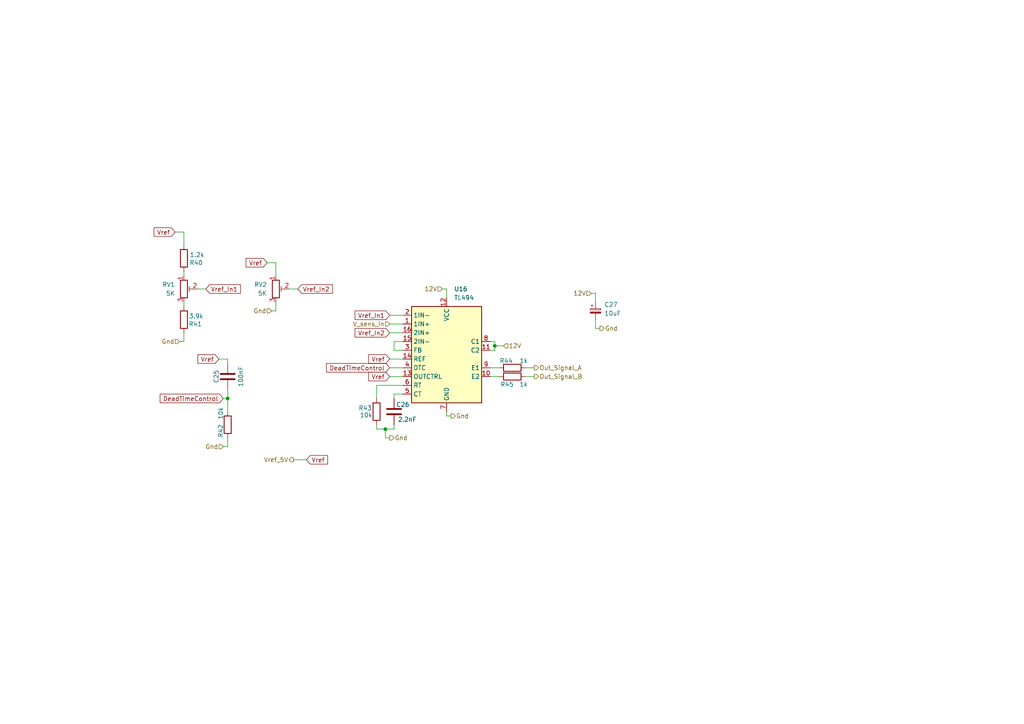
<source format=kicad_sch>
(kicad_sch
	(version 20250114)
	(generator "eeschema")
	(generator_version "9.0")
	(uuid "cb9d0fcb-5362-4fae-866a-d47562fcdf88")
	(paper "A4")
	(lib_symbols
		(symbol "Device:C"
			(pin_numbers
				(hide yes)
			)
			(pin_names
				(offset 0.254)
			)
			(exclude_from_sim no)
			(in_bom yes)
			(on_board yes)
			(property "Reference" "C"
				(at 0.635 2.54 0)
				(effects
					(font
						(size 1.27 1.27)
					)
					(justify left)
				)
			)
			(property "Value" "C"
				(at 0.635 -2.54 0)
				(effects
					(font
						(size 1.27 1.27)
					)
					(justify left)
				)
			)
			(property "Footprint" ""
				(at 0.9652 -3.81 0)
				(effects
					(font
						(size 1.27 1.27)
					)
					(hide yes)
				)
			)
			(property "Datasheet" "~"
				(at 0 0 0)
				(effects
					(font
						(size 1.27 1.27)
					)
					(hide yes)
				)
			)
			(property "Description" "Unpolarized capacitor"
				(at 0 0 0)
				(effects
					(font
						(size 1.27 1.27)
					)
					(hide yes)
				)
			)
			(property "ki_keywords" "cap capacitor"
				(at 0 0 0)
				(effects
					(font
						(size 1.27 1.27)
					)
					(hide yes)
				)
			)
			(property "ki_fp_filters" "C_*"
				(at 0 0 0)
				(effects
					(font
						(size 1.27 1.27)
					)
					(hide yes)
				)
			)
			(symbol "C_0_1"
				(polyline
					(pts
						(xy -2.032 0.762) (xy 2.032 0.762)
					)
					(stroke
						(width 0.508)
						(type default)
					)
					(fill
						(type none)
					)
				)
				(polyline
					(pts
						(xy -2.032 -0.762) (xy 2.032 -0.762)
					)
					(stroke
						(width 0.508)
						(type default)
					)
					(fill
						(type none)
					)
				)
			)
			(symbol "C_1_1"
				(pin passive line
					(at 0 3.81 270)
					(length 2.794)
					(name "~"
						(effects
							(font
								(size 1.27 1.27)
							)
						)
					)
					(number "1"
						(effects
							(font
								(size 1.27 1.27)
							)
						)
					)
				)
				(pin passive line
					(at 0 -3.81 90)
					(length 2.794)
					(name "~"
						(effects
							(font
								(size 1.27 1.27)
							)
						)
					)
					(number "2"
						(effects
							(font
								(size 1.27 1.27)
							)
						)
					)
				)
			)
			(embedded_fonts no)
		)
		(symbol "Device:C_Polarized_Small"
			(pin_numbers
				(hide yes)
			)
			(pin_names
				(offset 0.254)
				(hide yes)
			)
			(exclude_from_sim no)
			(in_bom yes)
			(on_board yes)
			(property "Reference" "C"
				(at 0.254 1.778 0)
				(effects
					(font
						(size 1.27 1.27)
					)
					(justify left)
				)
			)
			(property "Value" "C_Polarized_Small"
				(at 0.254 -2.032 0)
				(effects
					(font
						(size 1.27 1.27)
					)
					(justify left)
				)
			)
			(property "Footprint" ""
				(at 0 0 0)
				(effects
					(font
						(size 1.27 1.27)
					)
					(hide yes)
				)
			)
			(property "Datasheet" "~"
				(at 0 0 0)
				(effects
					(font
						(size 1.27 1.27)
					)
					(hide yes)
				)
			)
			(property "Description" "Polarized capacitor, small symbol"
				(at 0 0 0)
				(effects
					(font
						(size 1.27 1.27)
					)
					(hide yes)
				)
			)
			(property "ki_keywords" "cap capacitor"
				(at 0 0 0)
				(effects
					(font
						(size 1.27 1.27)
					)
					(hide yes)
				)
			)
			(property "ki_fp_filters" "CP_*"
				(at 0 0 0)
				(effects
					(font
						(size 1.27 1.27)
					)
					(hide yes)
				)
			)
			(symbol "C_Polarized_Small_0_1"
				(rectangle
					(start -1.524 0.6858)
					(end 1.524 0.3048)
					(stroke
						(width 0)
						(type default)
					)
					(fill
						(type none)
					)
				)
				(rectangle
					(start -1.524 -0.3048)
					(end 1.524 -0.6858)
					(stroke
						(width 0)
						(type default)
					)
					(fill
						(type outline)
					)
				)
				(polyline
					(pts
						(xy -1.27 1.524) (xy -0.762 1.524)
					)
					(stroke
						(width 0)
						(type default)
					)
					(fill
						(type none)
					)
				)
				(polyline
					(pts
						(xy -1.016 1.27) (xy -1.016 1.778)
					)
					(stroke
						(width 0)
						(type default)
					)
					(fill
						(type none)
					)
				)
			)
			(symbol "C_Polarized_Small_1_1"
				(pin passive line
					(at 0 2.54 270)
					(length 1.8542)
					(name "~"
						(effects
							(font
								(size 1.27 1.27)
							)
						)
					)
					(number "1"
						(effects
							(font
								(size 1.27 1.27)
							)
						)
					)
				)
				(pin passive line
					(at 0 -2.54 90)
					(length 1.8542)
					(name "~"
						(effects
							(font
								(size 1.27 1.27)
							)
						)
					)
					(number "2"
						(effects
							(font
								(size 1.27 1.27)
							)
						)
					)
				)
			)
			(embedded_fonts no)
		)
		(symbol "Device:R"
			(pin_numbers
				(hide yes)
			)
			(pin_names
				(offset 0)
			)
			(exclude_from_sim no)
			(in_bom yes)
			(on_board yes)
			(property "Reference" "R"
				(at 2.032 0 90)
				(effects
					(font
						(size 1.27 1.27)
					)
				)
			)
			(property "Value" "R"
				(at 0 0 90)
				(effects
					(font
						(size 1.27 1.27)
					)
				)
			)
			(property "Footprint" ""
				(at -1.778 0 90)
				(effects
					(font
						(size 1.27 1.27)
					)
					(hide yes)
				)
			)
			(property "Datasheet" "~"
				(at 0 0 0)
				(effects
					(font
						(size 1.27 1.27)
					)
					(hide yes)
				)
			)
			(property "Description" "Resistor"
				(at 0 0 0)
				(effects
					(font
						(size 1.27 1.27)
					)
					(hide yes)
				)
			)
			(property "ki_keywords" "R res resistor"
				(at 0 0 0)
				(effects
					(font
						(size 1.27 1.27)
					)
					(hide yes)
				)
			)
			(property "ki_fp_filters" "R_*"
				(at 0 0 0)
				(effects
					(font
						(size 1.27 1.27)
					)
					(hide yes)
				)
			)
			(symbol "R_0_1"
				(rectangle
					(start -1.016 -2.54)
					(end 1.016 2.54)
					(stroke
						(width 0.254)
						(type default)
					)
					(fill
						(type none)
					)
				)
			)
			(symbol "R_1_1"
				(pin passive line
					(at 0 3.81 270)
					(length 1.27)
					(name "~"
						(effects
							(font
								(size 1.27 1.27)
							)
						)
					)
					(number "1"
						(effects
							(font
								(size 1.27 1.27)
							)
						)
					)
				)
				(pin passive line
					(at 0 -3.81 90)
					(length 1.27)
					(name "~"
						(effects
							(font
								(size 1.27 1.27)
							)
						)
					)
					(number "2"
						(effects
							(font
								(size 1.27 1.27)
							)
						)
					)
				)
			)
			(embedded_fonts no)
		)
		(symbol "Device:R_Potentiometer_Trim"
			(pin_names
				(offset 1.016)
				(hide yes)
			)
			(exclude_from_sim no)
			(in_bom yes)
			(on_board yes)
			(property "Reference" "RV"
				(at -4.445 0 90)
				(effects
					(font
						(size 1.27 1.27)
					)
				)
			)
			(property "Value" "R_Potentiometer_Trim"
				(at -2.54 0 90)
				(effects
					(font
						(size 1.27 1.27)
					)
				)
			)
			(property "Footprint" ""
				(at 0 0 0)
				(effects
					(font
						(size 1.27 1.27)
					)
					(hide yes)
				)
			)
			(property "Datasheet" "~"
				(at 0 0 0)
				(effects
					(font
						(size 1.27 1.27)
					)
					(hide yes)
				)
			)
			(property "Description" "Trim-potentiometer"
				(at 0 0 0)
				(effects
					(font
						(size 1.27 1.27)
					)
					(hide yes)
				)
			)
			(property "ki_keywords" "resistor variable trimpot trimmer"
				(at 0 0 0)
				(effects
					(font
						(size 1.27 1.27)
					)
					(hide yes)
				)
			)
			(property "ki_fp_filters" "Potentiometer*"
				(at 0 0 0)
				(effects
					(font
						(size 1.27 1.27)
					)
					(hide yes)
				)
			)
			(symbol "R_Potentiometer_Trim_0_1"
				(rectangle
					(start 1.016 2.54)
					(end -1.016 -2.54)
					(stroke
						(width 0.254)
						(type default)
					)
					(fill
						(type none)
					)
				)
				(polyline
					(pts
						(xy 1.524 0.762) (xy 1.524 -0.762)
					)
					(stroke
						(width 0)
						(type default)
					)
					(fill
						(type none)
					)
				)
				(polyline
					(pts
						(xy 2.54 0) (xy 1.524 0)
					)
					(stroke
						(width 0)
						(type default)
					)
					(fill
						(type none)
					)
				)
			)
			(symbol "R_Potentiometer_Trim_1_1"
				(pin passive line
					(at 0 3.81 270)
					(length 1.27)
					(name "1"
						(effects
							(font
								(size 1.27 1.27)
							)
						)
					)
					(number "1"
						(effects
							(font
								(size 1.27 1.27)
							)
						)
					)
				)
				(pin passive line
					(at 0 -3.81 90)
					(length 1.27)
					(name "3"
						(effects
							(font
								(size 1.27 1.27)
							)
						)
					)
					(number "3"
						(effects
							(font
								(size 1.27 1.27)
							)
						)
					)
				)
				(pin passive line
					(at 3.81 0 180)
					(length 1.27)
					(name "2"
						(effects
							(font
								(size 1.27 1.27)
							)
						)
					)
					(number "2"
						(effects
							(font
								(size 1.27 1.27)
							)
						)
					)
				)
			)
			(embedded_fonts no)
		)
		(symbol "Regulator_Controller:TL494"
			(exclude_from_sim no)
			(in_bom yes)
			(on_board yes)
			(property "Reference" "U"
				(at 3.81 19.05 0)
				(effects
					(font
						(size 1.27 1.27)
					)
					(justify left)
				)
			)
			(property "Value" "TL494"
				(at 3.81 16.51 0)
				(effects
					(font
						(size 1.27 1.27)
					)
					(justify left)
				)
			)
			(property "Footprint" ""
				(at 0 0 0)
				(effects
					(font
						(size 1.27 1.27)
					)
					(hide yes)
				)
			)
			(property "Datasheet" "http://www.ti.com/lit/ds/symlink/tl494.pdf"
				(at 0 0 0)
				(effects
					(font
						(size 1.27 1.27)
					)
					(hide yes)
				)
			)
			(property "Description" "Pulse-Width-Modulation Control Circuits, PDIP-16/SOIC-16/TSSOP-16"
				(at 0 0 0)
				(effects
					(font
						(size 1.27 1.27)
					)
					(hide yes)
				)
			)
			(property "ki_keywords" "SMPS PWM Controller"
				(at 0 0 0)
				(effects
					(font
						(size 1.27 1.27)
					)
					(hide yes)
				)
			)
			(property "ki_fp_filters" "TSSOP*4.4x5mm*P0.65mm* SOIC*3.9x9.9mm*P1.27mm* SOIC*5.3x10.2mm*P1.27mm* DIP*W7.62mm*"
				(at 0 0 0)
				(effects
					(font
						(size 1.27 1.27)
					)
					(hide yes)
				)
			)
			(symbol "TL494_0_1"
				(rectangle
					(start -10.16 -12.7)
					(end 10.16 15.24)
					(stroke
						(width 0.254)
						(type default)
					)
					(fill
						(type background)
					)
				)
			)
			(symbol "TL494_1_1"
				(pin input line
					(at -12.7 12.7 0)
					(length 2.54)
					(name "1IN-"
						(effects
							(font
								(size 1.27 1.27)
							)
						)
					)
					(number "2"
						(effects
							(font
								(size 1.27 1.27)
							)
						)
					)
				)
				(pin input line
					(at -12.7 10.16 0)
					(length 2.54)
					(name "1IN+"
						(effects
							(font
								(size 1.27 1.27)
							)
						)
					)
					(number "1"
						(effects
							(font
								(size 1.27 1.27)
							)
						)
					)
				)
				(pin input line
					(at -12.7 7.62 0)
					(length 2.54)
					(name "2IN+"
						(effects
							(font
								(size 1.27 1.27)
							)
						)
					)
					(number "16"
						(effects
							(font
								(size 1.27 1.27)
							)
						)
					)
				)
				(pin input line
					(at -12.7 5.08 0)
					(length 2.54)
					(name "2IN-"
						(effects
							(font
								(size 1.27 1.27)
							)
						)
					)
					(number "15"
						(effects
							(font
								(size 1.27 1.27)
							)
						)
					)
				)
				(pin output line
					(at -12.7 2.54 0)
					(length 2.54)
					(name "FB"
						(effects
							(font
								(size 1.27 1.27)
							)
						)
					)
					(number "3"
						(effects
							(font
								(size 1.27 1.27)
							)
						)
					)
				)
				(pin power_out line
					(at -12.7 0 0)
					(length 2.54)
					(name "REF"
						(effects
							(font
								(size 1.27 1.27)
							)
						)
					)
					(number "14"
						(effects
							(font
								(size 1.27 1.27)
							)
						)
					)
				)
				(pin input line
					(at -12.7 -2.54 0)
					(length 2.54)
					(name "DTC"
						(effects
							(font
								(size 1.27 1.27)
							)
						)
					)
					(number "4"
						(effects
							(font
								(size 1.27 1.27)
							)
						)
					)
				)
				(pin input line
					(at -12.7 -5.08 0)
					(length 2.54)
					(name "OUTCTRL"
						(effects
							(font
								(size 1.27 1.27)
							)
						)
					)
					(number "13"
						(effects
							(font
								(size 1.27 1.27)
							)
						)
					)
				)
				(pin passive line
					(at -12.7 -7.62 0)
					(length 2.54)
					(name "RT"
						(effects
							(font
								(size 1.27 1.27)
							)
						)
					)
					(number "6"
						(effects
							(font
								(size 1.27 1.27)
							)
						)
					)
				)
				(pin passive line
					(at -12.7 -10.16 0)
					(length 2.54)
					(name "CT"
						(effects
							(font
								(size 1.27 1.27)
							)
						)
					)
					(number "5"
						(effects
							(font
								(size 1.27 1.27)
							)
						)
					)
				)
				(pin power_in line
					(at 0 17.78 270)
					(length 2.54)
					(name "VCC"
						(effects
							(font
								(size 1.27 1.27)
							)
						)
					)
					(number "12"
						(effects
							(font
								(size 1.27 1.27)
							)
						)
					)
				)
				(pin power_in line
					(at 0 -15.24 90)
					(length 2.54)
					(name "GND"
						(effects
							(font
								(size 1.27 1.27)
							)
						)
					)
					(number "7"
						(effects
							(font
								(size 1.27 1.27)
							)
						)
					)
				)
				(pin passive line
					(at 12.7 5.08 180)
					(length 2.54)
					(name "C1"
						(effects
							(font
								(size 1.27 1.27)
							)
						)
					)
					(number "8"
						(effects
							(font
								(size 1.27 1.27)
							)
						)
					)
				)
				(pin passive line
					(at 12.7 2.54 180)
					(length 2.54)
					(name "C2"
						(effects
							(font
								(size 1.27 1.27)
							)
						)
					)
					(number "11"
						(effects
							(font
								(size 1.27 1.27)
							)
						)
					)
				)
				(pin passive line
					(at 12.7 -2.54 180)
					(length 2.54)
					(name "E1"
						(effects
							(font
								(size 1.27 1.27)
							)
						)
					)
					(number "9"
						(effects
							(font
								(size 1.27 1.27)
							)
						)
					)
				)
				(pin passive line
					(at 12.7 -5.08 180)
					(length 2.54)
					(name "E2"
						(effects
							(font
								(size 1.27 1.27)
							)
						)
					)
					(number "10"
						(effects
							(font
								(size 1.27 1.27)
							)
						)
					)
				)
			)
			(embedded_fonts no)
		)
	)
	(junction
		(at 111.76 124.46)
		(diameter 0)
		(color 0 0 0 0)
		(uuid "1ce665e9-9041-432e-af27-4e5ea358a949")
	)
	(junction
		(at 66.04 115.57)
		(diameter 0)
		(color 0 0 0 0)
		(uuid "524ed41f-1eb2-4045-a940-0daa0183cb93")
	)
	(junction
		(at 143.51 100.33)
		(diameter 0)
		(color 0 0 0 0)
		(uuid "d30cb3e9-73b0-4bc0-bd7f-dd4ec83cf0e1")
	)
	(wire
		(pts
			(xy 83.82 83.82) (xy 86.36 83.82)
		)
		(stroke
			(width 0)
			(type default)
		)
		(uuid "066f1c0b-a9ae-4288-81e3-b6850cc4b894")
	)
	(wire
		(pts
			(xy 80.01 76.2) (xy 80.01 80.01)
		)
		(stroke
			(width 0)
			(type default)
		)
		(uuid "10dbdf86-6e85-4b0b-be48-a1ae79a86e33")
	)
	(wire
		(pts
			(xy 172.72 95.25) (xy 173.99 95.25)
		)
		(stroke
			(width 0)
			(type default)
		)
		(uuid "11d62715-7fcc-40d0-930b-e0253fe9b0bb")
	)
	(wire
		(pts
			(xy 143.51 100.33) (xy 146.05 100.33)
		)
		(stroke
			(width 0)
			(type default)
		)
		(uuid "125ac659-9e22-43df-88df-5d5814d16eda")
	)
	(wire
		(pts
			(xy 109.22 111.76) (xy 116.84 111.76)
		)
		(stroke
			(width 0)
			(type default)
		)
		(uuid "1dc96bcc-bf63-4e9c-8948-f720b1c3ed5c")
	)
	(wire
		(pts
			(xy 66.04 104.14) (xy 66.04 105.41)
		)
		(stroke
			(width 0)
			(type default)
		)
		(uuid "1efe8132-edbc-49af-b5d0-64742411ab33")
	)
	(wire
		(pts
			(xy 109.22 115.57) (xy 109.22 111.76)
		)
		(stroke
			(width 0)
			(type default)
		)
		(uuid "249ae67e-d1b5-4185-ae5a-5370c025a8af")
	)
	(wire
		(pts
			(xy 129.54 120.65) (xy 130.81 120.65)
		)
		(stroke
			(width 0)
			(type default)
		)
		(uuid "2946674b-605f-4c40-b77b-f1802ee33eeb")
	)
	(wire
		(pts
			(xy 172.72 92.71) (xy 172.72 95.25)
		)
		(stroke
			(width 0)
			(type default)
		)
		(uuid "2c611557-a989-4c45-aa5a-f9dd26899829")
	)
	(wire
		(pts
			(xy 128.27 83.82) (xy 129.54 83.82)
		)
		(stroke
			(width 0)
			(type default)
		)
		(uuid "2d3dd2df-f533-4e13-b78f-44e9c4021c30")
	)
	(wire
		(pts
			(xy 53.34 99.06) (xy 52.07 99.06)
		)
		(stroke
			(width 0)
			(type default)
		)
		(uuid "2d6a86eb-8822-4b41-9b8a-9bbd77971c29")
	)
	(wire
		(pts
			(xy 114.3 101.6) (xy 116.84 101.6)
		)
		(stroke
			(width 0)
			(type default)
		)
		(uuid "2d76e5de-514c-43d5-a892-546ebfc5207a")
	)
	(wire
		(pts
			(xy 142.24 109.22) (xy 144.78 109.22)
		)
		(stroke
			(width 0)
			(type default)
		)
		(uuid "2d841bab-2e8c-4a13-a161-6e64d00e5bc6")
	)
	(wire
		(pts
			(xy 113.03 106.68) (xy 116.84 106.68)
		)
		(stroke
			(width 0)
			(type default)
		)
		(uuid "2e9475fa-e407-4725-a985-327010b55160")
	)
	(wire
		(pts
			(xy 66.04 127) (xy 66.04 129.54)
		)
		(stroke
			(width 0)
			(type default)
		)
		(uuid "33a846b7-6198-440d-beab-189571df1e5e")
	)
	(wire
		(pts
			(xy 109.22 123.19) (xy 109.22 124.46)
		)
		(stroke
			(width 0)
			(type default)
		)
		(uuid "3eb73089-ebc7-4d80-9954-7607e7136358")
	)
	(wire
		(pts
			(xy 114.3 114.3) (xy 114.3 115.57)
		)
		(stroke
			(width 0)
			(type default)
		)
		(uuid "568b0e2b-3632-4ee9-812e-54c2fb9abc07")
	)
	(wire
		(pts
			(xy 66.04 115.57) (xy 64.77 115.57)
		)
		(stroke
			(width 0)
			(type default)
		)
		(uuid "573040b3-fd5e-4927-b3fc-0762bd24f644")
	)
	(wire
		(pts
			(xy 152.4 106.68) (xy 154.94 106.68)
		)
		(stroke
			(width 0)
			(type default)
		)
		(uuid "6080a40c-e9ac-4d09-b027-be1d6a82f682")
	)
	(wire
		(pts
			(xy 80.01 87.63) (xy 80.01 90.17)
		)
		(stroke
			(width 0)
			(type default)
		)
		(uuid "612dfd6a-b8ea-4122-be30-9cc18b0fc5c5")
	)
	(wire
		(pts
			(xy 57.15 83.82) (xy 59.69 83.82)
		)
		(stroke
			(width 0)
			(type default)
		)
		(uuid "62f7cabe-109e-45f0-a939-ad10754b8774")
	)
	(wire
		(pts
			(xy 113.03 96.52) (xy 116.84 96.52)
		)
		(stroke
			(width 0)
			(type default)
		)
		(uuid "67270646-437d-4382-beb7-477ee87fa872")
	)
	(wire
		(pts
			(xy 113.03 93.98) (xy 116.84 93.98)
		)
		(stroke
			(width 0)
			(type default)
		)
		(uuid "68567d5e-797d-43b6-9382-18a832e74baa")
	)
	(wire
		(pts
			(xy 53.34 87.63) (xy 53.34 88.9)
		)
		(stroke
			(width 0)
			(type default)
		)
		(uuid "68f62945-f5d5-4dd8-9cea-a008dc8812d5")
	)
	(wire
		(pts
			(xy 111.76 124.46) (xy 111.76 127)
		)
		(stroke
			(width 0)
			(type default)
		)
		(uuid "6fac5d62-d241-498e-98e8-f9152a4c10e7")
	)
	(wire
		(pts
			(xy 66.04 115.57) (xy 66.04 119.38)
		)
		(stroke
			(width 0)
			(type default)
		)
		(uuid "735c78c4-f5d1-4034-b152-e001b5207db9")
	)
	(wire
		(pts
			(xy 80.01 90.17) (xy 78.74 90.17)
		)
		(stroke
			(width 0)
			(type default)
		)
		(uuid "75224ea1-332f-4919-acff-4466a816a6ba")
	)
	(wire
		(pts
			(xy 129.54 119.38) (xy 129.54 120.65)
		)
		(stroke
			(width 0)
			(type default)
		)
		(uuid "83aa79a2-257a-495c-955a-4d714d3ee10a")
	)
	(wire
		(pts
			(xy 143.51 101.6) (xy 143.51 100.33)
		)
		(stroke
			(width 0)
			(type default)
		)
		(uuid "844f9c36-09cb-4264-b3ca-e9f22f396880")
	)
	(wire
		(pts
			(xy 142.24 99.06) (xy 143.51 99.06)
		)
		(stroke
			(width 0)
			(type default)
		)
		(uuid "8bf1dc9a-17c0-4e57-b305-b4fa4708b6b8")
	)
	(wire
		(pts
			(xy 85.09 133.35) (xy 88.9 133.35)
		)
		(stroke
			(width 0)
			(type default)
		)
		(uuid "94787034-4a08-449e-92b4-1199c6f25d66")
	)
	(wire
		(pts
			(xy 172.72 85.09) (xy 172.72 87.63)
		)
		(stroke
			(width 0)
			(type default)
		)
		(uuid "947c3e3c-5571-4196-b844-a859d76dfc33")
	)
	(wire
		(pts
			(xy 143.51 100.33) (xy 143.51 99.06)
		)
		(stroke
			(width 0)
			(type default)
		)
		(uuid "978f5c2f-a2cc-46dd-a83e-f026023cb507")
	)
	(wire
		(pts
			(xy 129.54 83.82) (xy 129.54 86.36)
		)
		(stroke
			(width 0)
			(type default)
		)
		(uuid "9e2eb192-e709-4bd9-84fb-8616ed1a3cde")
	)
	(wire
		(pts
			(xy 152.4 109.22) (xy 154.94 109.22)
		)
		(stroke
			(width 0)
			(type default)
		)
		(uuid "9ebafd7f-c718-4bba-bc6f-9e8789dcd30d")
	)
	(wire
		(pts
			(xy 77.47 76.2) (xy 80.01 76.2)
		)
		(stroke
			(width 0)
			(type default)
		)
		(uuid "9f6543eb-35f3-4b36-b554-6fdc1e68a40f")
	)
	(wire
		(pts
			(xy 50.8 67.31) (xy 53.34 67.31)
		)
		(stroke
			(width 0)
			(type default)
		)
		(uuid "a22fdee2-adcd-43ea-9290-05a6f7b0355b")
	)
	(wire
		(pts
			(xy 171.45 85.09) (xy 172.72 85.09)
		)
		(stroke
			(width 0)
			(type default)
		)
		(uuid "a40f4b10-67b7-49eb-8f9c-97acf9c03320")
	)
	(wire
		(pts
			(xy 142.24 106.68) (xy 144.78 106.68)
		)
		(stroke
			(width 0)
			(type default)
		)
		(uuid "a44fc0dd-66b4-4f24-9a56-32d640a3c838")
	)
	(wire
		(pts
			(xy 113.03 109.22) (xy 116.84 109.22)
		)
		(stroke
			(width 0)
			(type default)
		)
		(uuid "a7a05c3f-2fa2-49ad-96e4-d80c2ca6cbb9")
	)
	(wire
		(pts
			(xy 114.3 99.06) (xy 114.3 101.6)
		)
		(stroke
			(width 0)
			(type default)
		)
		(uuid "ab65309e-f2c8-476d-8991-2d0733ab47c7")
	)
	(wire
		(pts
			(xy 111.76 124.46) (xy 114.3 124.46)
		)
		(stroke
			(width 0)
			(type default)
		)
		(uuid "b4a7e68a-c632-4f1e-84c3-b09e7e3362ba")
	)
	(wire
		(pts
			(xy 53.34 78.74) (xy 53.34 80.01)
		)
		(stroke
			(width 0)
			(type default)
		)
		(uuid "c300e35a-a6f8-4958-87d9-357e5b338265")
	)
	(wire
		(pts
			(xy 113.03 104.14) (xy 116.84 104.14)
		)
		(stroke
			(width 0)
			(type default)
		)
		(uuid "c3380e43-4515-495d-88e2-6088838867df")
	)
	(wire
		(pts
			(xy 66.04 129.54) (xy 64.77 129.54)
		)
		(stroke
			(width 0)
			(type default)
		)
		(uuid "cfe0ffa7-dc8a-41ee-856a-a9f250f55b8f")
	)
	(wire
		(pts
			(xy 63.5 104.14) (xy 66.04 104.14)
		)
		(stroke
			(width 0)
			(type default)
		)
		(uuid "d94c7302-470f-4af4-9fa7-800de2876fc8")
	)
	(wire
		(pts
			(xy 114.3 99.06) (xy 116.84 99.06)
		)
		(stroke
			(width 0)
			(type default)
		)
		(uuid "db0fe8c3-3cb2-4828-8269-eb4ba4d2c636")
	)
	(wire
		(pts
			(xy 114.3 123.19) (xy 114.3 124.46)
		)
		(stroke
			(width 0)
			(type default)
		)
		(uuid "db9fdcab-ca73-4c42-b745-b03f0fee3a7d")
	)
	(wire
		(pts
			(xy 53.34 67.31) (xy 53.34 71.12)
		)
		(stroke
			(width 0)
			(type default)
		)
		(uuid "dc43551f-6783-4338-ab67-282d4e5f3a48")
	)
	(wire
		(pts
			(xy 142.24 101.6) (xy 143.51 101.6)
		)
		(stroke
			(width 0)
			(type default)
		)
		(uuid "e63dfbcc-ceee-4531-9578-3c4924de3f4f")
	)
	(wire
		(pts
			(xy 66.04 113.03) (xy 66.04 115.57)
		)
		(stroke
			(width 0)
			(type default)
		)
		(uuid "e6e961f6-9a26-4fd6-a0b8-5fa523acf01b")
	)
	(wire
		(pts
			(xy 53.34 96.52) (xy 53.34 99.06)
		)
		(stroke
			(width 0)
			(type default)
		)
		(uuid "ede048c1-04ed-4577-95e5-de591344b7a7")
	)
	(wire
		(pts
			(xy 113.03 127) (xy 111.76 127)
		)
		(stroke
			(width 0)
			(type default)
		)
		(uuid "f3d5a48d-6912-4725-aa2d-89a7e2bb793f")
	)
	(wire
		(pts
			(xy 109.22 124.46) (xy 111.76 124.46)
		)
		(stroke
			(width 0)
			(type default)
		)
		(uuid "f48fb90a-46ca-4fc8-aee9-2e9ed027bf04")
	)
	(wire
		(pts
			(xy 113.03 91.44) (xy 116.84 91.44)
		)
		(stroke
			(width 0)
			(type default)
		)
		(uuid "fa8d2fa3-51ef-47d9-a1b9-ef9eec7736e3")
	)
	(wire
		(pts
			(xy 116.84 114.3) (xy 114.3 114.3)
		)
		(stroke
			(width 0)
			(type default)
		)
		(uuid "ffd70951-504a-4ab8-b499-d85aeda0da6a")
	)
	(global_label "Vref_In2"
		(shape input)
		(at 86.36 83.82 0)
		(fields_autoplaced yes)
		(effects
			(font
				(size 1.27 1.27)
			)
			(justify left)
		)
		(uuid "080c6ba0-0190-432c-919e-f97707e9776d")
		(property "Intersheetrefs" "${INTERSHEET_REFS}"
			(at 96.9652 83.82 0)
			(effects
				(font
					(size 1.27 1.27)
				)
				(justify left)
				(hide yes)
			)
		)
	)
	(global_label "DeadTimeControl"
		(shape input)
		(at 64.77 115.57 180)
		(fields_autoplaced yes)
		(effects
			(font
				(size 1.27 1.27)
			)
			(justify right)
		)
		(uuid "1dc3155f-ec00-4e09-b739-8976ff426109")
		(property "Intersheetrefs" "${INTERSHEET_REFS}"
			(at 45.8798 115.57 0)
			(effects
				(font
					(size 1.27 1.27)
				)
				(justify right)
				(hide yes)
			)
		)
	)
	(global_label "Vref"
		(shape input)
		(at 63.5 104.14 180)
		(fields_autoplaced yes)
		(effects
			(font
				(size 1.27 1.27)
			)
			(justify right)
		)
		(uuid "3bb4bada-5423-4fc3-8510-12a9769f3037")
		(property "Intersheetrefs" "${INTERSHEET_REFS}"
			(at 56.8257 104.14 0)
			(effects
				(font
					(size 1.27 1.27)
				)
				(justify right)
				(hide yes)
			)
		)
	)
	(global_label "Vref"
		(shape input)
		(at 77.47 76.2 180)
		(fields_autoplaced yes)
		(effects
			(font
				(size 1.27 1.27)
			)
			(justify right)
		)
		(uuid "4abe4031-225f-4b2f-b208-05c98f07f4ad")
		(property "Intersheetrefs" "${INTERSHEET_REFS}"
			(at 70.7957 76.2 0)
			(effects
				(font
					(size 1.27 1.27)
				)
				(justify right)
				(hide yes)
			)
		)
	)
	(global_label "DeadTimeControl"
		(shape input)
		(at 113.03 106.68 180)
		(fields_autoplaced yes)
		(effects
			(font
				(size 1.27 1.27)
			)
			(justify right)
		)
		(uuid "701e8582-4bcd-4ce4-87f3-b9a0b55f51f3")
		(property "Intersheetrefs" "${INTERSHEET_REFS}"
			(at 94.1398 106.68 0)
			(effects
				(font
					(size 1.27 1.27)
				)
				(justify right)
				(hide yes)
			)
		)
	)
	(global_label "Vref"
		(shape input)
		(at 88.9 133.35 0)
		(fields_autoplaced yes)
		(effects
			(font
				(size 1.27 1.27)
			)
			(justify left)
		)
		(uuid "7fd059fd-c29b-4758-aab8-4641ee6548e1")
		(property "Intersheetrefs" "${INTERSHEET_REFS}"
			(at 95.5743 133.35 0)
			(effects
				(font
					(size 1.27 1.27)
				)
				(justify left)
				(hide yes)
			)
		)
	)
	(global_label "Vref_In1"
		(shape input)
		(at 113.03 91.44 180)
		(fields_autoplaced yes)
		(effects
			(font
				(size 1.27 1.27)
			)
			(justify right)
		)
		(uuid "84d4690f-a451-44b3-bf6e-ff647169c8ab")
		(property "Intersheetrefs" "${INTERSHEET_REFS}"
			(at 102.4248 91.44 0)
			(effects
				(font
					(size 1.27 1.27)
				)
				(justify right)
				(hide yes)
			)
		)
	)
	(global_label "Vref"
		(shape input)
		(at 113.03 104.14 180)
		(fields_autoplaced yes)
		(effects
			(font
				(size 1.27 1.27)
			)
			(justify right)
		)
		(uuid "89eb425e-8272-440e-9f62-b27550ebc115")
		(property "Intersheetrefs" "${INTERSHEET_REFS}"
			(at 106.3557 104.14 0)
			(effects
				(font
					(size 1.27 1.27)
				)
				(justify right)
				(hide yes)
			)
		)
	)
	(global_label "Vref_In2"
		(shape input)
		(at 113.03 96.52 180)
		(fields_autoplaced yes)
		(effects
			(font
				(size 1.27 1.27)
			)
			(justify right)
		)
		(uuid "938b6523-5e5f-4432-a43c-ca4101dfd8c1")
		(property "Intersheetrefs" "${INTERSHEET_REFS}"
			(at 102.4248 96.52 0)
			(effects
				(font
					(size 1.27 1.27)
				)
				(justify right)
				(hide yes)
			)
		)
	)
	(global_label "Vref"
		(shape input)
		(at 113.03 109.22 180)
		(fields_autoplaced yes)
		(effects
			(font
				(size 1.27 1.27)
			)
			(justify right)
		)
		(uuid "a1c1d051-7f07-4c48-a1a7-55badd49dfd9")
		(property "Intersheetrefs" "${INTERSHEET_REFS}"
			(at 106.3557 109.22 0)
			(effects
				(font
					(size 1.27 1.27)
				)
				(justify right)
				(hide yes)
			)
		)
	)
	(global_label "Vref"
		(shape input)
		(at 50.8 67.31 180)
		(fields_autoplaced yes)
		(effects
			(font
				(size 1.27 1.27)
			)
			(justify right)
		)
		(uuid "dc32eb6a-3942-4264-bd84-0ec194c7c86f")
		(property "Intersheetrefs" "${INTERSHEET_REFS}"
			(at 44.1257 67.31 0)
			(effects
				(font
					(size 1.27 1.27)
				)
				(justify right)
				(hide yes)
			)
		)
	)
	(global_label "Vref_In1"
		(shape input)
		(at 59.69 83.82 0)
		(fields_autoplaced yes)
		(effects
			(font
				(size 1.27 1.27)
			)
			(justify left)
		)
		(uuid "de055ef2-e5ab-417c-98b2-36bcffe9efa7")
		(property "Intersheetrefs" "${INTERSHEET_REFS}"
			(at 70.2952 83.82 0)
			(effects
				(font
					(size 1.27 1.27)
				)
				(justify left)
				(hide yes)
			)
		)
	)
	(hierarchical_label "Gnd"
		(shape input)
		(at 78.74 90.17 180)
		(effects
			(font
				(size 1.27 1.27)
			)
			(justify right)
		)
		(uuid "1f6928d6-8f2f-4408-87cd-dfd0dfb396cb")
	)
	(hierarchical_label "12V"
		(shape input)
		(at 128.27 83.82 180)
		(effects
			(font
				(size 1.27 1.27)
			)
			(justify right)
		)
		(uuid "218f1054-825d-4af2-aafe-a14484d01911")
	)
	(hierarchical_label "Out_Signal_B"
		(shape output)
		(at 154.94 109.22 0)
		(effects
			(font
				(size 1.27 1.27)
			)
			(justify left)
		)
		(uuid "2f8f7694-08e9-4c57-85ee-6d2adf5f766a")
	)
	(hierarchical_label "12V"
		(shape input)
		(at 171.45 85.09 180)
		(effects
			(font
				(size 1.27 1.27)
			)
			(justify right)
		)
		(uuid "3e1c808d-64af-4799-90cb-b75113718cc9")
	)
	(hierarchical_label "Gnd"
		(shape output)
		(at 173.99 95.25 0)
		(effects
			(font
				(size 1.27 1.27)
			)
			(justify left)
		)
		(uuid "41fbc7b2-113f-4f79-8731-20e00f6ce9ba")
	)
	(hierarchical_label "Gnd"
		(shape output)
		(at 113.03 127 0)
		(effects
			(font
				(size 1.27 1.27)
			)
			(justify left)
		)
		(uuid "4f6e3b34-9ef7-48d5-8ddf-99b0c6e622a0")
	)
	(hierarchical_label "V_sens_in"
		(shape input)
		(at 113.03 93.98 180)
		(effects
			(font
				(size 1.27 1.27)
			)
			(justify right)
		)
		(uuid "7722713a-fde6-4d5f-8fad-679ad8a458da")
	)
	(hierarchical_label "Out_Signal_A"
		(shape output)
		(at 154.94 106.68 0)
		(effects
			(font
				(size 1.27 1.27)
			)
			(justify left)
		)
		(uuid "791c785c-4365-4a8c-a545-0da4913fa0f4")
	)
	(hierarchical_label "Vref_5V"
		(shape output)
		(at 85.09 133.35 180)
		(effects
			(font
				(size 1.27 1.27)
			)
			(justify right)
		)
		(uuid "7af7ca56-f0f7-404d-8ae0-711716323ecc")
	)
	(hierarchical_label "Gnd"
		(shape input)
		(at 52.07 99.06 180)
		(effects
			(font
				(size 1.27 1.27)
			)
			(justify right)
		)
		(uuid "9f7990fd-d1c6-4857-b45c-ca120927243b")
	)
	(hierarchical_label "12V"
		(shape input)
		(at 146.05 100.33 0)
		(effects
			(font
				(size 1.27 1.27)
			)
			(justify left)
		)
		(uuid "a4df33c3-06d2-4b46-9e24-513ee861e319")
	)
	(hierarchical_label "Gnd"
		(shape output)
		(at 130.81 120.65 0)
		(effects
			(font
				(size 1.27 1.27)
			)
			(justify left)
		)
		(uuid "a835155a-a314-47de-9a8f-3b493cc62df4")
	)
	(hierarchical_label "Gnd"
		(shape input)
		(at 64.77 129.54 180)
		(effects
			(font
				(size 1.27 1.27)
			)
			(justify right)
		)
		(uuid "e39f4295-35ec-495d-8a91-d09d99d5b520")
	)
	(symbol
		(lib_id "Device:R")
		(at 109.22 119.38 0)
		(unit 1)
		(exclude_from_sim no)
		(in_bom yes)
		(on_board yes)
		(dnp no)
		(uuid "19f101ed-2428-4e9a-83b3-6e37b0a57f1c")
		(property "Reference" "R43"
			(at 105.918 118.364 0)
			(effects
				(font
					(size 1.27 1.27)
				)
			)
		)
		(property "Value" "10k"
			(at 106.172 120.396 0)
			(effects
				(font
					(size 1.27 1.27)
				)
			)
		)
		(property "Footprint" "Resistor_SMD:R_0603_1608Metric_Pad0.98x0.95mm_HandSolder"
			(at 107.442 119.38 90)
			(effects
				(font
					(size 1.27 1.27)
				)
				(hide yes)
			)
		)
		(property "Datasheet" "~"
			(at 109.22 119.38 0)
			(effects
				(font
					(size 1.27 1.27)
				)
				(hide yes)
			)
		)
		(property "Description" "Resistor"
			(at 109.22 119.38 0)
			(effects
				(font
					(size 1.27 1.27)
				)
				(hide yes)
			)
		)
		(pin "1"
			(uuid "674f4514-85ee-4539-8ec0-bf343539c845")
		)
		(pin "2"
			(uuid "419e709d-a63d-4020-a7e8-2db57a4ea611")
		)
		(instances
			(project "VFD_V1"
				(path "/e60c11d9-ab9e-4760-a4a7-008fcec65a72/c6551446-5e26-4d9a-a5bc-1c867d865e21/cf64b280-e923-4e71-bf0b-d30c9df7c134"
					(reference "R43")
					(unit 1)
				)
			)
		)
	)
	(symbol
		(lib_id "Device:R_Potentiometer_Trim")
		(at 80.01 83.82 0)
		(unit 1)
		(exclude_from_sim no)
		(in_bom yes)
		(on_board yes)
		(dnp no)
		(fields_autoplaced yes)
		(uuid "79758131-6803-4322-8971-b1fef5e7b369")
		(property "Reference" "RV2"
			(at 77.47 82.5499 0)
			(effects
				(font
					(size 1.27 1.27)
				)
				(justify right)
			)
		)
		(property "Value" "5K"
			(at 77.47 85.0899 0)
			(effects
				(font
					(size 1.27 1.27)
				)
				(justify right)
			)
		)
		(property "Footprint" "Potentiometer_SMD:Potentiometer_Bourns_3314S_Horizontal"
			(at 80.01 83.82 0)
			(effects
				(font
					(size 1.27 1.27)
				)
				(hide yes)
			)
		)
		(property "Datasheet" "~"
			(at 80.01 83.82 0)
			(effects
				(font
					(size 1.27 1.27)
				)
				(hide yes)
			)
		)
		(property "Description" "Trim-potentiometer"
			(at 80.01 83.82 0)
			(effects
				(font
					(size 1.27 1.27)
				)
				(hide yes)
			)
		)
		(pin "2"
			(uuid "48775fc8-a96e-4f98-a8fa-b8c86120bd5e")
		)
		(pin "3"
			(uuid "a4eafd51-8d05-41a3-b07e-8c72f89ee3ac")
		)
		(pin "1"
			(uuid "a1d36d72-8adc-45a8-b78d-a2071035a84b")
		)
		(instances
			(project "VFD_V1"
				(path "/e60c11d9-ab9e-4760-a4a7-008fcec65a72/c6551446-5e26-4d9a-a5bc-1c867d865e21/cf64b280-e923-4e71-bf0b-d30c9df7c134"
					(reference "RV2")
					(unit 1)
				)
			)
		)
	)
	(symbol
		(lib_id "Device:R")
		(at 66.04 123.19 0)
		(unit 1)
		(exclude_from_sim no)
		(in_bom yes)
		(on_board yes)
		(dnp no)
		(uuid "7b307a85-eadb-42f8-8124-fd4fad1b0f71")
		(property "Reference" "R42"
			(at 64.008 124.968 90)
			(effects
				(font
					(size 1.27 1.27)
				)
			)
		)
		(property "Value" "10k"
			(at 64.008 119.888 90)
			(effects
				(font
					(size 1.27 1.27)
				)
			)
		)
		(property "Footprint" "Resistor_SMD:R_0603_1608Metric_Pad0.98x0.95mm_HandSolder"
			(at 64.262 123.19 90)
			(effects
				(font
					(size 1.27 1.27)
				)
				(hide yes)
			)
		)
		(property "Datasheet" "~"
			(at 66.04 123.19 0)
			(effects
				(font
					(size 1.27 1.27)
				)
				(hide yes)
			)
		)
		(property "Description" "Resistor"
			(at 66.04 123.19 0)
			(effects
				(font
					(size 1.27 1.27)
				)
				(hide yes)
			)
		)
		(pin "1"
			(uuid "3ef815a5-1710-42eb-9033-b99ec93d59a2")
		)
		(pin "2"
			(uuid "6cdd8ea3-b9bd-4b8d-9ae6-c30e8985dd53")
		)
		(instances
			(project "VFD_V1"
				(path "/e60c11d9-ab9e-4760-a4a7-008fcec65a72/c6551446-5e26-4d9a-a5bc-1c867d865e21/cf64b280-e923-4e71-bf0b-d30c9df7c134"
					(reference "R42")
					(unit 1)
				)
			)
		)
	)
	(symbol
		(lib_id "Device:R_Potentiometer_Trim")
		(at 53.34 83.82 0)
		(unit 1)
		(exclude_from_sim no)
		(in_bom yes)
		(on_board yes)
		(dnp no)
		(fields_autoplaced yes)
		(uuid "8b2b1951-6111-4780-9bf8-1deddc07118b")
		(property "Reference" "RV1"
			(at 50.8 82.5499 0)
			(effects
				(font
					(size 1.27 1.27)
				)
				(justify right)
			)
		)
		(property "Value" "5K"
			(at 50.8 85.0899 0)
			(effects
				(font
					(size 1.27 1.27)
				)
				(justify right)
			)
		)
		(property "Footprint" "Potentiometer_SMD:Potentiometer_Bourns_3314S_Horizontal"
			(at 53.34 83.82 0)
			(effects
				(font
					(size 1.27 1.27)
				)
				(hide yes)
			)
		)
		(property "Datasheet" "~"
			(at 53.34 83.82 0)
			(effects
				(font
					(size 1.27 1.27)
				)
				(hide yes)
			)
		)
		(property "Description" "Trim-potentiometer"
			(at 53.34 83.82 0)
			(effects
				(font
					(size 1.27 1.27)
				)
				(hide yes)
			)
		)
		(pin "2"
			(uuid "0ba23594-b2b0-4a2e-95f2-9b1255c4f37d")
		)
		(pin "3"
			(uuid "a34bc522-421c-4c2d-a958-2db803a1b49a")
		)
		(pin "1"
			(uuid "61eedb11-8a18-4e44-8cc5-f4d93fb3fe8a")
		)
		(instances
			(project ""
				(path "/e60c11d9-ab9e-4760-a4a7-008fcec65a72/c6551446-5e26-4d9a-a5bc-1c867d865e21/cf64b280-e923-4e71-bf0b-d30c9df7c134"
					(reference "RV1")
					(unit 1)
				)
			)
		)
	)
	(symbol
		(lib_id "Device:C_Polarized_Small")
		(at 172.72 90.17 0)
		(unit 1)
		(exclude_from_sim no)
		(in_bom yes)
		(on_board yes)
		(dnp no)
		(fields_autoplaced yes)
		(uuid "9bc45d55-7219-4a30-8fd6-bcda14e7a67b")
		(property "Reference" "C27"
			(at 175.26 88.3538 0)
			(effects
				(font
					(size 1.27 1.27)
				)
				(justify left)
			)
		)
		(property "Value" "10uF"
			(at 175.26 90.8938 0)
			(effects
				(font
					(size 1.27 1.27)
				)
				(justify left)
			)
		)
		(property "Footprint" "Capacitor_SMD:CP_Elec_4x5.4"
			(at 172.72 90.17 0)
			(effects
				(font
					(size 1.27 1.27)
				)
				(hide yes)
			)
		)
		(property "Datasheet" "~"
			(at 172.72 90.17 0)
			(effects
				(font
					(size 1.27 1.27)
				)
				(hide yes)
			)
		)
		(property "Description" "Polarized capacitor, small symbol"
			(at 172.72 90.17 0)
			(effects
				(font
					(size 1.27 1.27)
				)
				(hide yes)
			)
		)
		(pin "1"
			(uuid "a47f3b58-2501-4ed6-bf9b-fcf57f264644")
		)
		(pin "2"
			(uuid "cfd3dc12-7261-48bb-9d68-8df93e296c7f")
		)
		(instances
			(project "VFD_V1"
				(path "/e60c11d9-ab9e-4760-a4a7-008fcec65a72/c6551446-5e26-4d9a-a5bc-1c867d865e21/cf64b280-e923-4e71-bf0b-d30c9df7c134"
					(reference "C27")
					(unit 1)
				)
			)
		)
	)
	(symbol
		(lib_id "Device:C")
		(at 114.3 119.38 180)
		(unit 1)
		(exclude_from_sim no)
		(in_bom yes)
		(on_board yes)
		(dnp no)
		(uuid "ab4a6566-ebb3-4865-a60a-9422b43616df")
		(property "Reference" "C26"
			(at 116.84 117.348 0)
			(effects
				(font
					(size 1.27 1.27)
				)
			)
		)
		(property "Value" "2.2nF"
			(at 118.11 121.666 0)
			(effects
				(font
					(size 1.27 1.27)
				)
			)
		)
		(property "Footprint" "Capacitor_SMD:C_0603_1608Metric_Pad1.08x0.95mm_HandSolder"
			(at 113.3348 115.57 0)
			(effects
				(font
					(size 1.27 1.27)
				)
				(hide yes)
			)
		)
		(property "Datasheet" "~"
			(at 114.3 119.38 0)
			(effects
				(font
					(size 1.27 1.27)
				)
				(hide yes)
			)
		)
		(property "Description" "Unpolarized capacitor"
			(at 114.3 119.38 0)
			(effects
				(font
					(size 1.27 1.27)
				)
				(hide yes)
			)
		)
		(pin "1"
			(uuid "47976095-daea-442b-b59c-4df58ad5278b")
		)
		(pin "2"
			(uuid "11b0bf1d-9c77-4073-86a4-12059d9f49ae")
		)
		(instances
			(project "VFD_V1"
				(path "/e60c11d9-ab9e-4760-a4a7-008fcec65a72/c6551446-5e26-4d9a-a5bc-1c867d865e21/cf64b280-e923-4e71-bf0b-d30c9df7c134"
					(reference "C26")
					(unit 1)
				)
			)
		)
	)
	(symbol
		(lib_id "Device:R")
		(at 53.34 92.71 0)
		(unit 1)
		(exclude_from_sim no)
		(in_bom yes)
		(on_board yes)
		(dnp no)
		(uuid "b15865ec-cee0-4e35-a75e-fd368150ba26")
		(property "Reference" "R41"
			(at 56.642 93.98 0)
			(effects
				(font
					(size 1.27 1.27)
				)
			)
		)
		(property "Value" "3.9k"
			(at 56.896 91.694 0)
			(effects
				(font
					(size 1.27 1.27)
				)
			)
		)
		(property "Footprint" "Resistor_SMD:R_0603_1608Metric_Pad0.98x0.95mm_HandSolder"
			(at 51.562 92.71 90)
			(effects
				(font
					(size 1.27 1.27)
				)
				(hide yes)
			)
		)
		(property "Datasheet" "~"
			(at 53.34 92.71 0)
			(effects
				(font
					(size 1.27 1.27)
				)
				(hide yes)
			)
		)
		(property "Description" "Resistor"
			(at 53.34 92.71 0)
			(effects
				(font
					(size 1.27 1.27)
				)
				(hide yes)
			)
		)
		(pin "1"
			(uuid "690bb77b-8c01-46ca-9566-68e247109d88")
		)
		(pin "2"
			(uuid "aa849fe1-6bee-449f-9457-ba5a2b560124")
		)
		(instances
			(project "VFD_V1"
				(path "/e60c11d9-ab9e-4760-a4a7-008fcec65a72/c6551446-5e26-4d9a-a5bc-1c867d865e21/cf64b280-e923-4e71-bf0b-d30c9df7c134"
					(reference "R41")
					(unit 1)
				)
			)
		)
	)
	(symbol
		(lib_id "Device:R")
		(at 148.59 109.22 270)
		(unit 1)
		(exclude_from_sim no)
		(in_bom yes)
		(on_board yes)
		(dnp no)
		(uuid "c64a4282-4212-4bdb-91c0-2cecf7805cf8")
		(property "Reference" "R45"
			(at 147.066 111.506 90)
			(effects
				(font
					(size 1.27 1.27)
				)
			)
		)
		(property "Value" "1k"
			(at 151.892 111.506 90)
			(effects
				(font
					(size 1.27 1.27)
				)
			)
		)
		(property "Footprint" "Resistor_SMD:R_0603_1608Metric_Pad0.98x0.95mm_HandSolder"
			(at 148.59 107.442 90)
			(effects
				(font
					(size 1.27 1.27)
				)
				(hide yes)
			)
		)
		(property "Datasheet" "~"
			(at 148.59 109.22 0)
			(effects
				(font
					(size 1.27 1.27)
				)
				(hide yes)
			)
		)
		(property "Description" "Resistor"
			(at 148.59 109.22 0)
			(effects
				(font
					(size 1.27 1.27)
				)
				(hide yes)
			)
		)
		(pin "1"
			(uuid "26a51077-efc1-440a-b721-6c6a4d18b268")
		)
		(pin "2"
			(uuid "9275b9f6-d353-4c86-9e33-6fc4e5f02f5f")
		)
		(instances
			(project "VFD_V1"
				(path "/e60c11d9-ab9e-4760-a4a7-008fcec65a72/c6551446-5e26-4d9a-a5bc-1c867d865e21/cf64b280-e923-4e71-bf0b-d30c9df7c134"
					(reference "R45")
					(unit 1)
				)
			)
		)
	)
	(symbol
		(lib_id "Device:R")
		(at 148.59 106.68 270)
		(unit 1)
		(exclude_from_sim no)
		(in_bom yes)
		(on_board yes)
		(dnp no)
		(uuid "d1ff435a-4189-486e-8985-c61e1f37dfe6")
		(property "Reference" "R44"
			(at 146.812 104.648 90)
			(effects
				(font
					(size 1.27 1.27)
				)
			)
		)
		(property "Value" "1k"
			(at 151.892 104.648 90)
			(effects
				(font
					(size 1.27 1.27)
				)
			)
		)
		(property "Footprint" "Resistor_SMD:R_0603_1608Metric_Pad0.98x0.95mm_HandSolder"
			(at 148.59 104.902 90)
			(effects
				(font
					(size 1.27 1.27)
				)
				(hide yes)
			)
		)
		(property "Datasheet" "~"
			(at 148.59 106.68 0)
			(effects
				(font
					(size 1.27 1.27)
				)
				(hide yes)
			)
		)
		(property "Description" "Resistor"
			(at 148.59 106.68 0)
			(effects
				(font
					(size 1.27 1.27)
				)
				(hide yes)
			)
		)
		(pin "1"
			(uuid "7bb742c9-f931-44bc-a832-7fe991ff8404")
		)
		(pin "2"
			(uuid "484222a1-ab0c-48b5-bf58-ff83da06a4c9")
		)
		(instances
			(project "VFD_V1"
				(path "/e60c11d9-ab9e-4760-a4a7-008fcec65a72/c6551446-5e26-4d9a-a5bc-1c867d865e21/cf64b280-e923-4e71-bf0b-d30c9df7c134"
					(reference "R44")
					(unit 1)
				)
			)
		)
	)
	(symbol
		(lib_id "Device:C")
		(at 66.04 109.22 180)
		(unit 1)
		(exclude_from_sim no)
		(in_bom yes)
		(on_board yes)
		(dnp no)
		(uuid "e194cdce-dad6-4b53-be66-c8013a11a5ef")
		(property "Reference" "C25"
			(at 62.738 109.22 90)
			(effects
				(font
					(size 1.27 1.27)
				)
			)
		)
		(property "Value" "100nF"
			(at 69.85 109.22 90)
			(effects
				(font
					(size 1.27 1.27)
				)
			)
		)
		(property "Footprint" "Capacitor_SMD:C_0603_1608Metric_Pad1.08x0.95mm_HandSolder"
			(at 65.0748 105.41 0)
			(effects
				(font
					(size 1.27 1.27)
				)
				(hide yes)
			)
		)
		(property "Datasheet" "~"
			(at 66.04 109.22 0)
			(effects
				(font
					(size 1.27 1.27)
				)
				(hide yes)
			)
		)
		(property "Description" "Unpolarized capacitor"
			(at 66.04 109.22 0)
			(effects
				(font
					(size 1.27 1.27)
				)
				(hide yes)
			)
		)
		(pin "1"
			(uuid "bc8ed7be-e19b-4aab-b23e-f5b09b1d5f21")
		)
		(pin "2"
			(uuid "bb1ee25a-e8d2-4e61-9e9e-ac3ada7d554a")
		)
		(instances
			(project "VFD_V1"
				(path "/e60c11d9-ab9e-4760-a4a7-008fcec65a72/c6551446-5e26-4d9a-a5bc-1c867d865e21/cf64b280-e923-4e71-bf0b-d30c9df7c134"
					(reference "C25")
					(unit 1)
				)
			)
		)
	)
	(symbol
		(lib_id "Regulator_Controller:TL494")
		(at 129.54 104.14 0)
		(unit 1)
		(exclude_from_sim no)
		(in_bom yes)
		(on_board yes)
		(dnp no)
		(fields_autoplaced yes)
		(uuid "f54dee68-067b-4365-8234-7dc40637a385")
		(property "Reference" "U16"
			(at 131.6833 83.82 0)
			(effects
				(font
					(size 1.27 1.27)
				)
				(justify left)
			)
		)
		(property "Value" "TL494"
			(at 131.6833 86.36 0)
			(effects
				(font
					(size 1.27 1.27)
				)
				(justify left)
			)
		)
		(property "Footprint" "Package_SO:SOIC-16_3.9x9.9mm_P1.27mm"
			(at 129.54 104.14 0)
			(effects
				(font
					(size 1.27 1.27)
				)
				(hide yes)
			)
		)
		(property "Datasheet" "http://www.ti.com/lit/ds/symlink/tl494.pdf"
			(at 129.54 104.14 0)
			(effects
				(font
					(size 1.27 1.27)
				)
				(hide yes)
			)
		)
		(property "Description" "Pulse-Width-Modulation Control Circuits, PDIP-16/SOIC-16/TSSOP-16"
			(at 129.54 104.14 0)
			(effects
				(font
					(size 1.27 1.27)
				)
				(hide yes)
			)
		)
		(pin "1"
			(uuid "bb780827-a2c0-4291-9762-9bafb3ecfaa5")
		)
		(pin "9"
			(uuid "36d9d6ba-bb6b-4ed7-9519-0348fcf5a415")
		)
		(pin "8"
			(uuid "4484d1e9-9440-4bde-b684-e0a98012c0ff")
		)
		(pin "10"
			(uuid "5581a8a0-ba19-4410-837a-7d4d4b7f8116")
		)
		(pin "5"
			(uuid "cefe7179-c04a-44ce-b2e0-516d18f37bec")
		)
		(pin "16"
			(uuid "fff77855-0d30-4e1a-8e88-0b44bbf010e4")
		)
		(pin "4"
			(uuid "6d95e712-7a85-49f5-8e2a-473565fe875a")
		)
		(pin "3"
			(uuid "5cf0ebe8-bab2-470d-8d98-3f06a161e860")
		)
		(pin "6"
			(uuid "7343961a-990c-4ac3-9d13-c71d100c29fa")
		)
		(pin "12"
			(uuid "24b7e4a9-bc5b-41e4-bc33-75baff034552")
		)
		(pin "11"
			(uuid "8ee5527b-b693-4e1e-b8c2-236767b1c88e")
		)
		(pin "7"
			(uuid "29936f1f-298e-4edc-ba92-65c035a3b72b")
		)
		(pin "14"
			(uuid "7965d5e2-745a-46a4-a0e8-048c804cc59c")
		)
		(pin "2"
			(uuid "5cc9a78b-1462-431d-bb87-0e5e71f0fc28")
		)
		(pin "15"
			(uuid "f67180fc-5601-4cd9-89d9-4969d571faf3")
		)
		(pin "13"
			(uuid "d1eda311-2dd9-4bb5-9110-90879a91dc40")
		)
		(instances
			(project ""
				(path "/e60c11d9-ab9e-4760-a4a7-008fcec65a72/c6551446-5e26-4d9a-a5bc-1c867d865e21/cf64b280-e923-4e71-bf0b-d30c9df7c134"
					(reference "U16")
					(unit 1)
				)
			)
		)
	)
	(symbol
		(lib_id "Device:R")
		(at 53.34 74.93 0)
		(unit 1)
		(exclude_from_sim no)
		(in_bom yes)
		(on_board yes)
		(dnp no)
		(uuid "fe8e452a-0656-43a0-829a-7597373fd95c")
		(property "Reference" "R40"
			(at 56.896 76.2 0)
			(effects
				(font
					(size 1.27 1.27)
				)
			)
		)
		(property "Value" "1.2k"
			(at 57.15 73.914 0)
			(effects
				(font
					(size 1.27 1.27)
				)
			)
		)
		(property "Footprint" "Resistor_SMD:R_0603_1608Metric_Pad0.98x0.95mm_HandSolder"
			(at 51.562 74.93 90)
			(effects
				(font
					(size 1.27 1.27)
				)
				(hide yes)
			)
		)
		(property "Datasheet" "~"
			(at 53.34 74.93 0)
			(effects
				(font
					(size 1.27 1.27)
				)
				(hide yes)
			)
		)
		(property "Description" "Resistor"
			(at 53.34 74.93 0)
			(effects
				(font
					(size 1.27 1.27)
				)
				(hide yes)
			)
		)
		(pin "1"
			(uuid "01f60eda-5367-4d51-b29e-f09f6dcf3aff")
		)
		(pin "2"
			(uuid "ae093f62-be31-46d7-b1b1-391c1579138d")
		)
		(instances
			(project "VFD_V1"
				(path "/e60c11d9-ab9e-4760-a4a7-008fcec65a72/c6551446-5e26-4d9a-a5bc-1c867d865e21/cf64b280-e923-4e71-bf0b-d30c9df7c134"
					(reference "R40")
					(unit 1)
				)
			)
		)
	)
)

</source>
